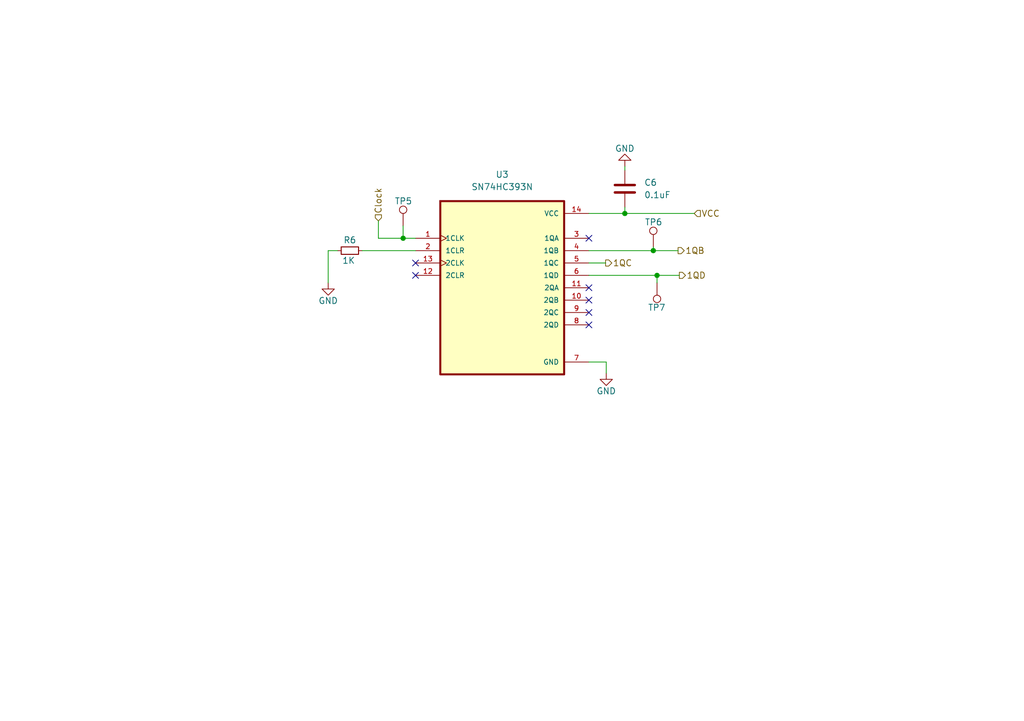
<source format=kicad_sch>
(kicad_sch (version 20231120) (generator "eeschema") (generator_version "8.0")
  (paper "A5")
  (lib_symbols
    (symbol "Connector:TestPoint" (pin_numbers hide) (pin_names (offset 0.762) hide)
      (property "Reference" "TP" (at 0 6.858 0))
      (property "Value" "TestPoint" (at 0 5.08 0))
      (symbol "TestPoint_0_1"
        (circle (center 0 3.302) (radius 0.762))
      )
      (symbol "TestPoint_1_1"
        (pin passive line (at 0 0 90) (length 2.54) (name "1") (number "1"))
      )
    )
    (symbol "Device:C" (pin_numbers hide) (pin_names (offset 0.254))
      (property "Reference" "C" (at 0.635 2.54 0))
      (property "Value" "C" (at 0.635 -2.54 0))
      (symbol "C_0_1"
        (polyline (pts (xy -2.032 -0.762) (xy 2.032 -0.762)) (stroke (width 0.508)))
        (polyline (pts (xy -2.032 0.762) (xy 2.032 0.762)) (stroke (width 0.508)))
      )
      (symbol "C_1_1"
        (pin passive line (at 0 3.81 270) (length 2.794) (name "~") (number "1"))
        (pin passive line (at 0 -3.81 90) (length 2.794) (name "~") (number "2"))
      )
    )
    (symbol "Device:R_Small" (pin_numbers hide) (pin_names (offset 0.254) hide)
      (property "Reference" "R" (at 0.762 0.508 0))
      (property "Value" "R_Small" (at 0.762 -1.016 0))
      (symbol "R_Small_0_1"
        (rectangle (start -0.762 1.778) (end 0.762 -1.778) (stroke (width 0.2032)))
      )
      (symbol "R_Small_1_1"
        (pin passive line (at 0 2.54 270) (length 0.762) (name "~") (number "1"))
        (pin passive line (at 0 -2.54 90) (length 0.762) (name "~") (number "2"))
      )
    )
    (symbol "Personal_Library:SN74HC393N" (pin_names (offset 1.016))
      (property "Reference" "U" (at -12.7 18.78 0))
      (property "Value" "SN74HC393N" (at -5.715 -20.955 0))
      (symbol "SN74HC393N_0_0"
        (rectangle (start -12.7 -17.78) (end 12.7 17.78) (stroke (width 0.41)) (fill (type background)))
        (pin input clock (at -17.78 10.16 0) (length 5.08) (name "1CLK") (number "1"))
        (pin output line (at 17.78 -2.54 180) (length 5.08) (name "2QB") (number "10"))
        (pin output line (at 17.78 0 180) (length 5.08) (name "2QA") (number "11"))
        (pin input line (at -17.78 2.54 0) (length 5.08) (name "2CLR") (number "12"))
        (pin input clock (at -17.78 5.08 0) (length 5.08) (name "2CLK") (number "13"))
        (pin power_in line (at 17.78 15.24 180) (length 5.08) (name "VCC") (number "14"))
        (pin input line (at -17.78 7.62 0) (length 5.08) (name "1CLR") (number "2"))
        (pin output line (at 17.78 10.16 180) (length 5.08) (name "1QA") (number "3"))
        (pin output line (at 17.78 7.62 180) (length 5.08) (name "1QB") (number "4"))
        (pin output line (at 17.78 5.08 180) (length 5.08) (name "1QC") (number "5"))
        (pin output line (at 17.78 2.54 180) (length 5.08) (name "1QD") (number "6"))
        (pin power_in line (at 17.78 -15.24 180) (length 5.08) (name "GND") (number "7"))
        (pin output line (at 17.78 -7.62 180) (length 5.08) (name "2QD") (number "8"))
        (pin output line (at 17.78 -5.08 180) (length 5.08) (name "2QC") (number "9"))
      )
    )
    (symbol "power:GND" (power) (pin_names (offset 0))
      (property "Value" "GND" (at 0 -3.81 0))
      (symbol "GND_0_1"
        (polyline (pts (xy 0 0) (xy 0 -1.27) (xy 1.27 -1.27) (xy 0 -2.54) (xy -1.27 -1.27) (xy 0 -1.27)))
      )
      (symbol "GND_1_1"
        (pin power_in line (at 0 0 270) (length 0) hide (name "GND") (number "1"))
      )
    )
  )
  (junction (at 133.985 51.435))
  (junction (at 82.677 48.895))
  (junction (at 134.747 56.515))
  (junction (at 128.143 43.815))
  (no_connect (at 120.777 59.055))
  (no_connect (at 120.777 64.135))
  (no_connect (at 120.777 66.675))
  (no_connect (at 120.777 48.895))
  (no_connect (at 85.217 53.975))
  (no_connect (at 85.217 56.515))
  (no_connect (at 120.777 61.595))
  (wire (pts (xy 77.597 48.895) (xy 82.677 48.895)))
  (wire (pts (xy 128.143 43.815) (xy 120.777 43.815)))
  (wire (pts (xy 128.143 43.815) (xy 142.367 43.815)))
  (wire (pts (xy 77.597 45.339) (xy 77.597 48.895)))
  (wire (pts (xy 134.747 56.515) (xy 139.319 56.515)))
  (wire (pts (xy 120.777 51.435) (xy 133.985 51.435)))
  (wire (pts (xy 82.677 48.895) (xy 85.217 48.895)))
  (wire (pts (xy 120.777 74.295) (xy 124.333 74.295)))
  (wire (pts (xy 69.215 51.435) (xy 67.31 51.435)))
  (wire (pts (xy 67.31 51.435) (xy 67.31 58.039)))
  (wire (pts (xy 133.985 51.435) (xy 139.065 51.435)))
  (wire (pts (xy 134.747 56.515) (xy 134.747 58.039)))
  (wire (pts (xy 124.333 74.295) (xy 124.333 76.581)))
  (wire (pts (xy 128.143 42.545) (xy 128.143 43.815)))
  (wire (pts (xy 120.777 53.975) (xy 124.206 53.975)))
  (wire (pts (xy 128.143 34.163) (xy 128.143 34.925)))
  (wire (pts (xy 133.985 50.673) (xy 133.985 51.435)))
  (wire (pts (xy 85.217 51.435) (xy 74.295 51.435)))
  (wire (pts (xy 82.677 46.355) (xy 82.677 48.895)))
  (wire (pts (xy 120.777 56.515) (xy 134.747 56.515)))
  (hierarchical_label "Clock" (shape input) (at 77.597 45.339 90))
  (hierarchical_label "1QD" (shape output) (at 139.319 56.515 0))
  (hierarchical_label "VCC" (shape input) (at 142.367 43.815 0))
  (hierarchical_label "1QB" (shape output) (at 139.065 51.435 0))
  (hierarchical_label "1QC" (shape output) (at 124.206 53.975 0))
  (symbol (lib_id "power:GND") (at 124.333 76.581 0) (unit 1)
    (property "Reference" "#PWR010" (effects (hide yes)))
    (property "Value" "GND" (at 124.333 80.264 0))
  )
  (symbol (lib_id "Device:R_Small") (at 71.755 51.435 90) (unit 1)
    (property "Reference" "R6" (at 71.755 49.276 90))
    (property "Value" "1K" (at 71.501 53.467 90))
    (property "Footprint" "Resistor_THT:R_Axial_DIN0309_L9.0mm_D3.2mm_P12.70mm_Horizontal" (effects (hide yes)))
  )
  (symbol (lib_id "Connector:TestPoint") (at 133.985 50.673 0) (unit 1)
    (property "Reference" "TP6" (at 132.207 45.593 0) (effects (justify left)))
    (property "Value" "TestPoint" (effects (hide yes)))
    (property "Footprint" "TestPoint:TestPoint_Loop_D2.50mm_Drill1.0mm_LowProfile" (effects (hide yes)))
  )
  (symbol (lib_id "Device:C") (at 128.143 38.735 180) (unit 1)
    (property "Reference" "C6" (at 132.08 37.465 0) (effects (justify right)))
    (property "Value" "0.1uF" (at 132.08 40.005 0) (effects (justify right)))
    (property "Footprint" "Capacitor_THT:C_Disc_D6.0mm_W2.5mm_P5.00mm" (effects (hide yes)))
    (instances (project "LED-Driver" (path "" (reference "C6") (unit 1))) (project "Magic_Wand" (path "" (reference "C1") (unit 1))))
  )
  (symbol (lib_id "Personal_Library:SN74HC393N") (at 102.997 59.055 0) (unit 1)
    (property "Reference" "U3" (at 102.997 35.814 0))
    (property "Value" "SN74HC393N" (at 102.997 38.354 0))
    (property "Footprint" "Personal Library:SN74HC393N" (effects (hide yes)))
    (property "Description" "\nDual 4-Bit Binary Counters\n" (effects (hide yes)))
  )
  (symbol (lib_id "power:GND") (at 67.31 58.039 0) (unit 1)
    (property "Reference" "#PWR011" (effects (hide yes)))
    (property "Value" "GND" (at 67.31 61.722 0))
  )
  (symbol (lib_id "Connector:TestPoint") (at 134.747 58.039 180) (unit 1)
    (property "Reference" "TP7" (at 136.525 63.119 0) (effects (justify left)))
    (property "Value" "TestPoint" (effects (hide yes)))
    (property "Footprint" "TestPoint:TestPoint_Loop_D2.50mm_Drill1.0mm_LowProfile" (effects (hide yes)))
  )
  (symbol (lib_id "power:GND") (at 128.143 34.163 180) (unit 1)
    (property "Reference" "#PWR09" (effects (hide yes)))
    (property "Value" "GND" (at 128.143 30.48 0))
  )
  (symbol (lib_id "Connector:TestPoint") (at 82.677 46.355 0) (unit 1)
    (property "Reference" "TP5" (at 80.899 41.275 0) (effects (justify left)))
    (property "Value" "TestPoint" (effects (hide yes)))
    (property "Footprint" "TestPoint:TestPoint_Loop_D2.50mm_Drill1.0mm_LowProfile" (effects (hide yes)))
  )
)
</source>
